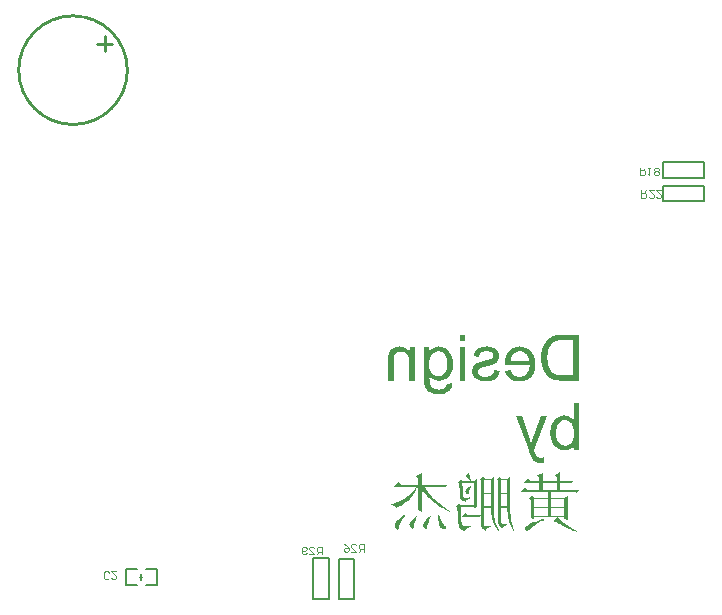
<source format=gbo>
G04*
G04 #@! TF.GenerationSoftware,Altium Limited,Altium Designer,23.3.1 (30)*
G04*
G04 Layer_Color=32896*
%FSLAX44Y44*%
%MOMM*%
G71*
G04*
G04 #@! TF.SameCoordinates,E1D300C1-D630-478A-AE1F-60CBEBB5A271*
G04*
G04*
G04 #@! TF.FilePolarity,Positive*
G04*
G01*
G75*
%ADD11C,0.2540*%
%ADD16C,0.2032*%
%ADD19C,0.1524*%
%ADD21C,0.1016*%
G36*
X542102Y271414D02*
X537305D01*
Y276888D01*
X542102D01*
Y271414D01*
D02*
G37*
G36*
X520938Y266730D02*
X522179Y266504D01*
X523308Y266165D01*
X524267Y265826D01*
X525058Y265488D01*
X525622Y265149D01*
X525848Y265036D01*
X526017Y264923D01*
X526073Y264867D01*
X526130D01*
X527089Y264133D01*
X527936Y263230D01*
X528670Y262384D01*
X529291Y261537D01*
X529742Y260747D01*
X530081Y260126D01*
X530193Y259900D01*
X530306Y259731D01*
X530363Y259618D01*
Y259562D01*
X530871Y258264D01*
X531209Y256966D01*
X531492Y255724D01*
X531661Y254595D01*
X531774Y253579D01*
Y253184D01*
X531830Y252789D01*
Y252507D01*
Y252281D01*
Y252168D01*
Y252112D01*
X531774Y251040D01*
X531717Y249967D01*
X531322Y248048D01*
X531096Y247145D01*
X530814Y246355D01*
X530532Y245565D01*
X530250Y244888D01*
X529968Y244210D01*
X529686Y243646D01*
X529403Y243195D01*
X529178Y242743D01*
X528952Y242461D01*
X528783Y242179D01*
X528726Y242066D01*
X528670Y242009D01*
X528049Y241276D01*
X527372Y240655D01*
X526638Y240090D01*
X525904Y239582D01*
X525114Y239187D01*
X524380Y238849D01*
X523647Y238566D01*
X522913Y238341D01*
X522236Y238171D01*
X521615Y238059D01*
X521050Y237946D01*
X520542Y237889D01*
X520147D01*
X519865Y237833D01*
X519583D01*
X518736Y237889D01*
X517890Y238002D01*
X517100Y238171D01*
X516366Y238397D01*
X515068Y239018D01*
X513883Y239695D01*
X513431Y240034D01*
X512980Y240373D01*
X512585Y240711D01*
X512302Y240993D01*
X512077Y241219D01*
X511907Y241388D01*
X511795Y241501D01*
X511738Y241558D01*
Y240711D01*
Y239977D01*
X511795Y239244D01*
Y238623D01*
Y238059D01*
X511851Y237551D01*
Y237099D01*
X511907Y236704D01*
X511964Y236140D01*
X512020Y235688D01*
X512077Y235462D01*
Y235406D01*
X512359Y234559D01*
X512754Y233826D01*
X513149Y233205D01*
X513544Y232640D01*
X513939Y232245D01*
X514278Y231907D01*
X514504Y231737D01*
X514560Y231681D01*
X515294Y231229D01*
X516140Y230891D01*
X516987Y230665D01*
X517777Y230496D01*
X518567Y230383D01*
X519132Y230326D01*
X519696D01*
X520768Y230383D01*
X521784Y230552D01*
X522631Y230778D01*
X523308Y231060D01*
X523872Y231286D01*
X524267Y231512D01*
X524493Y231681D01*
X524606Y231737D01*
X525058Y232132D01*
X525396Y232640D01*
X525678Y233148D01*
X525904Y233656D01*
X526017Y234164D01*
X526130Y234559D01*
X526186Y234785D01*
Y234898D01*
X530871Y235519D01*
Y234672D01*
X530758Y233939D01*
X530645Y233205D01*
X530476Y232528D01*
X529968Y231342D01*
X529403Y230383D01*
X528839Y229649D01*
X528387Y229141D01*
X527992Y228803D01*
X527936Y228746D01*
X527879Y228690D01*
X526638Y227900D01*
X525283Y227335D01*
X523929Y226940D01*
X522631Y226658D01*
X522010Y226545D01*
X521446Y226489D01*
X520994Y226432D01*
X520542D01*
X520204Y226376D01*
X519696D01*
X518172Y226432D01*
X516761Y226658D01*
X515519Y226884D01*
X514504Y227222D01*
X513657Y227505D01*
X513318Y227617D01*
X513036Y227787D01*
X512810Y227843D01*
X512641Y227956D01*
X512585Y228012D01*
X512528D01*
X511512Y228633D01*
X510609Y229367D01*
X509875Y230101D01*
X509255Y230778D01*
X508803Y231399D01*
X508521Y231907D01*
X508295Y232245D01*
X508239Y232302D01*
Y232358D01*
X508013Y232923D01*
X507787Y233543D01*
X507618Y234221D01*
X507449Y234954D01*
X507223Y236535D01*
X507054Y238059D01*
X506997Y238792D01*
X506941Y239470D01*
Y240090D01*
X506884Y240598D01*
Y241050D01*
Y241388D01*
Y241614D01*
Y241671D01*
Y266165D01*
X511287D01*
Y262666D01*
X511907Y263400D01*
X512585Y264020D01*
X513262Y264585D01*
X513939Y265036D01*
X514673Y265431D01*
X515350Y265770D01*
X516027Y266052D01*
X516648Y266278D01*
X517269Y266447D01*
X517833Y266560D01*
X518341Y266673D01*
X518736Y266730D01*
X519075Y266786D01*
X519583D01*
X520938Y266730D01*
D02*
G37*
G36*
X589285D02*
X590301Y266617D01*
X591260Y266447D01*
X592163Y266165D01*
X593010Y265883D01*
X593800Y265544D01*
X594534Y265206D01*
X595155Y264811D01*
X595775Y264472D01*
X596283Y264077D01*
X596735Y263738D01*
X597074Y263456D01*
X597356Y263174D01*
X597581Y263004D01*
X597694Y262892D01*
X597751Y262835D01*
X598372Y262045D01*
X598936Y261199D01*
X599444Y260352D01*
X599895Y259449D01*
X600234Y258489D01*
X600516Y257586D01*
X600968Y255780D01*
X601137Y254990D01*
X601250Y254200D01*
X601306Y253523D01*
X601363Y252902D01*
X601419Y252394D01*
Y252055D01*
Y251773D01*
Y251717D01*
X601363Y250475D01*
X601250Y249290D01*
X601081Y248161D01*
X600855Y247145D01*
X600573Y246186D01*
X600290Y245283D01*
X599952Y244493D01*
X599613Y243759D01*
X599275Y243138D01*
X598936Y242574D01*
X598654Y242122D01*
X598372Y241727D01*
X598146Y241388D01*
X597976Y241163D01*
X597864Y241050D01*
X597807Y240993D01*
X597074Y240316D01*
X596340Y239752D01*
X595550Y239244D01*
X594703Y238792D01*
X593913Y238454D01*
X593066Y238115D01*
X591486Y237663D01*
X590752Y237551D01*
X590075Y237438D01*
X589454Y237325D01*
X588946Y237268D01*
X588551Y237212D01*
X587930D01*
X586181Y237325D01*
X584600Y237607D01*
X583190Y237946D01*
X582625Y238171D01*
X582061Y238397D01*
X581553Y238623D01*
X581101Y238849D01*
X580763Y239018D01*
X580424Y239187D01*
X580198Y239357D01*
X580029Y239470D01*
X579916Y239582D01*
X579860D01*
X578731Y240598D01*
X577828Y241671D01*
X577038Y242799D01*
X576473Y243872D01*
X576022Y244831D01*
X575853Y245283D01*
X575683Y245621D01*
X575570Y245960D01*
X575514Y246186D01*
X575457Y246299D01*
Y246355D01*
X580424Y246976D01*
X580876Y245903D01*
X581384Y245000D01*
X581891Y244210D01*
X582343Y243590D01*
X582738Y243138D01*
X583077Y242799D01*
X583359Y242574D01*
X583415Y242517D01*
X584149Y242066D01*
X584883Y241727D01*
X585673Y241501D01*
X586350Y241332D01*
X586971Y241219D01*
X587479Y241163D01*
X587930D01*
X588608Y241219D01*
X589229Y241276D01*
X590357Y241558D01*
X591373Y241953D01*
X592276Y242404D01*
X592953Y242799D01*
X593461Y243195D01*
X593800Y243477D01*
X593857Y243590D01*
X593913D01*
X594703Y244606D01*
X595324Y245734D01*
X595775Y246976D01*
X596114Y248105D01*
X596283Y249121D01*
X596396Y249572D01*
X596453Y249967D01*
Y250306D01*
X596509Y250532D01*
Y250701D01*
Y250757D01*
X575345D01*
X575288Y251322D01*
Y251717D01*
Y251943D01*
Y251999D01*
X575345Y253297D01*
X575457Y254482D01*
X575627Y255611D01*
X575853Y256683D01*
X576135Y257643D01*
X576417Y258546D01*
X576755Y259336D01*
X577094Y260070D01*
X577433Y260747D01*
X577771Y261311D01*
X578054Y261763D01*
X578336Y262158D01*
X578562Y262497D01*
X578731Y262722D01*
X578844Y262835D01*
X578900Y262892D01*
X579577Y263569D01*
X580311Y264190D01*
X581101Y264698D01*
X581891Y265149D01*
X582682Y265544D01*
X583415Y265826D01*
X584205Y266109D01*
X584883Y266278D01*
X585616Y266447D01*
X586237Y266560D01*
X586802Y266673D01*
X587253Y266730D01*
X587648Y266786D01*
X588213D01*
X589285Y266730D01*
D02*
G37*
G36*
X638556Y237833D02*
X624503D01*
X623205Y237889D01*
X622019Y237946D01*
X620947Y238059D01*
X620044Y238171D01*
X619254Y238284D01*
X618689Y238341D01*
X618520Y238397D01*
X618351Y238454D01*
X618238D01*
X617222Y238736D01*
X616319Y239074D01*
X615529Y239357D01*
X614852Y239695D01*
X614287Y239977D01*
X613892Y240203D01*
X613666Y240373D01*
X613554Y240429D01*
X612820Y240937D01*
X612199Y241558D01*
X611578Y242122D01*
X611070Y242687D01*
X610619Y243195D01*
X610280Y243590D01*
X610054Y243872D01*
X609998Y243985D01*
X609434Y244888D01*
X608869Y245847D01*
X608418Y246750D01*
X608079Y247653D01*
X607740Y248443D01*
X607515Y249064D01*
X607458Y249290D01*
X607402Y249459D01*
X607345Y249572D01*
Y249629D01*
X607007Y250983D01*
X606725Y252338D01*
X606555Y253636D01*
X606386Y254877D01*
X606329Y255950D01*
Y256401D01*
X606273Y256796D01*
Y257078D01*
Y257361D01*
Y257474D01*
Y257530D01*
X606329Y259449D01*
X606499Y261199D01*
X606781Y262779D01*
X606894Y263512D01*
X607063Y264133D01*
X607233Y264754D01*
X607345Y265262D01*
X607458Y265714D01*
X607627Y266109D01*
X607684Y266447D01*
X607797Y266673D01*
X607853Y266786D01*
Y266842D01*
X608474Y268310D01*
X609208Y269608D01*
X609998Y270737D01*
X610732Y271696D01*
X611409Y272486D01*
X611973Y273051D01*
X612199Y273220D01*
X612368Y273389D01*
X612425Y273446D01*
X612481Y273502D01*
X613384Y274236D01*
X614344Y274800D01*
X615303Y275308D01*
X616206Y275703D01*
X616996Y275985D01*
X617617Y276155D01*
X617843Y276268D01*
X618012D01*
X618125Y276324D01*
X618182D01*
X619141Y276493D01*
X620270Y276663D01*
X621399Y276776D01*
X622527Y276832D01*
X623543Y276888D01*
X638556D01*
Y237833D01*
D02*
G37*
G36*
X542102D02*
X537305D01*
Y266165D01*
X542102D01*
Y237833D01*
D02*
G37*
G36*
X487413Y266730D02*
X488429Y266560D01*
X489332Y266334D01*
X490235Y266052D01*
X491025Y265714D01*
X491759Y265319D01*
X492436Y264867D01*
X493000Y264472D01*
X493565Y264020D01*
X494016Y263569D01*
X494411Y263174D01*
X494750Y262835D01*
X494976Y262553D01*
X495145Y262327D01*
X495258Y262158D01*
X495314Y262101D01*
Y266165D01*
X499604D01*
Y237833D01*
X494806D01*
Y253241D01*
Y254200D01*
X494693Y255159D01*
X494581Y255950D01*
X494468Y256683D01*
X494298Y257361D01*
X494129Y257981D01*
X493903Y258546D01*
X493678Y258997D01*
X493508Y259392D01*
X493283Y259731D01*
X493113Y260013D01*
X492944Y260239D01*
X492718Y260521D01*
X492605Y260634D01*
X491759Y261311D01*
X490856Y261763D01*
X489953Y262101D01*
X489162Y262384D01*
X488429Y262497D01*
X487864Y262553D01*
X487639Y262609D01*
X487356D01*
X486679Y262553D01*
X486002Y262497D01*
X485438Y262327D01*
X484986Y262158D01*
X484591Y261989D01*
X484252Y261876D01*
X484083Y261763D01*
X484027Y261706D01*
X483519Y261368D01*
X483067Y260973D01*
X482729Y260578D01*
X482446Y260239D01*
X482277Y259900D01*
X482108Y259618D01*
X481995Y259449D01*
Y259392D01*
X481825Y258772D01*
X481656Y258094D01*
X481543Y257361D01*
X481487Y256627D01*
X481430Y256006D01*
Y255498D01*
Y255103D01*
Y255047D01*
Y254990D01*
Y237833D01*
X476633D01*
Y255216D01*
Y256401D01*
X476689Y257361D01*
X476746Y258151D01*
Y258828D01*
X476802Y259279D01*
X476859Y259618D01*
X476915Y259844D01*
Y259900D01*
X477085Y260634D01*
X477367Y261311D01*
X477593Y261876D01*
X477818Y262440D01*
X478101Y262835D01*
X478270Y263117D01*
X478383Y263343D01*
X478439Y263400D01*
X478891Y263964D01*
X479399Y264415D01*
X479907Y264867D01*
X480471Y265206D01*
X480922Y265488D01*
X481317Y265657D01*
X481543Y265770D01*
X481656Y265826D01*
X482446Y266165D01*
X483293Y266391D01*
X484083Y266560D01*
X484817Y266673D01*
X485438Y266730D01*
X485889Y266786D01*
X486341D01*
X487413Y266730D01*
D02*
G37*
G36*
X561743Y266673D02*
X562420Y266617D01*
X563041Y266504D01*
X563549Y266391D01*
X563944Y266278D01*
X564170Y266222D01*
X564282Y266165D01*
X564960Y265939D01*
X565581Y265714D01*
X566089Y265488D01*
X566540Y265262D01*
X566879Y265093D01*
X567104Y264923D01*
X567274Y264867D01*
X567330Y264811D01*
X567895Y264415D01*
X568346Y263964D01*
X568741Y263456D01*
X569080Y263061D01*
X569362Y262666D01*
X569531Y262384D01*
X569644Y262158D01*
X569701Y262101D01*
X569983Y261481D01*
X570209Y260916D01*
X570322Y260295D01*
X570434Y259788D01*
X570491Y259279D01*
X570547Y258941D01*
Y258715D01*
Y258602D01*
X570491Y257812D01*
X570378Y257135D01*
X570209Y256458D01*
X570039Y255893D01*
X569870Y255442D01*
X569701Y255047D01*
X569588Y254821D01*
X569531Y254764D01*
X569080Y254144D01*
X568572Y253636D01*
X568064Y253184D01*
X567556Y252789D01*
X567104Y252507D01*
X566766Y252281D01*
X566540Y252168D01*
X566427Y252112D01*
X566032Y251943D01*
X565524Y251717D01*
X564395Y251322D01*
X563210Y250983D01*
X561968Y250588D01*
X560896Y250306D01*
X560388Y250137D01*
X559937Y250024D01*
X559598Y249911D01*
X559316Y249854D01*
X559147Y249798D01*
X559090D01*
X558357Y249629D01*
X557736Y249459D01*
X557171Y249290D01*
X556663Y249121D01*
X556212Y249008D01*
X555817Y248838D01*
X555140Y248613D01*
X554688Y248443D01*
X554406Y248274D01*
X554236Y248218D01*
X554180Y248161D01*
X553672Y247822D01*
X553333Y247371D01*
X553051Y246976D01*
X552882Y246581D01*
X552769Y246186D01*
X552713Y245903D01*
Y245678D01*
Y245621D01*
X552769Y244944D01*
X552938Y244380D01*
X553220Y243815D01*
X553503Y243364D01*
X553841Y242969D01*
X554067Y242687D01*
X554293Y242517D01*
X554349Y242461D01*
X555027Y242009D01*
X555760Y241727D01*
X556607Y241501D01*
X557397Y241332D01*
X558131Y241219D01*
X558695Y241163D01*
X559259D01*
X560445Y241219D01*
X561461Y241388D01*
X562307Y241614D01*
X563041Y241896D01*
X563605Y242179D01*
X564057Y242404D01*
X564282Y242574D01*
X564395Y242630D01*
X565016Y243251D01*
X565524Y243985D01*
X565863Y244718D01*
X566145Y245396D01*
X566371Y246016D01*
X566484Y246581D01*
X566596Y246919D01*
Y246976D01*
Y247032D01*
X571337Y246299D01*
X570942Y244718D01*
X570434Y243307D01*
X569813Y242179D01*
X569193Y241219D01*
X568628Y240429D01*
X568120Y239921D01*
X567782Y239582D01*
X567725Y239526D01*
X567669Y239470D01*
X567104Y239074D01*
X566484Y238736D01*
X565129Y238171D01*
X563718Y237776D01*
X562364Y237494D01*
X561743Y237381D01*
X561178Y237325D01*
X560614Y237268D01*
X560163D01*
X559767Y237212D01*
X559259D01*
X558018Y237268D01*
X556945Y237381D01*
X555930Y237551D01*
X555027Y237776D01*
X554293Y238002D01*
X553728Y238171D01*
X553390Y238284D01*
X553333Y238341D01*
X553277D01*
X552318Y238849D01*
X551527Y239357D01*
X550850Y239921D01*
X550229Y240429D01*
X549778Y240881D01*
X549496Y241276D01*
X549270Y241501D01*
X549213Y241614D01*
X548762Y242404D01*
X548423Y243251D01*
X548141Y243985D01*
X547972Y244662D01*
X547859Y245283D01*
X547802Y245734D01*
Y246016D01*
Y246129D01*
X547859Y247032D01*
X547972Y247822D01*
X548198Y248500D01*
X548367Y249121D01*
X548593Y249629D01*
X548818Y249967D01*
X548931Y250193D01*
X548988Y250249D01*
X549439Y250814D01*
X549947Y251322D01*
X550455Y251773D01*
X550963Y252112D01*
X551471Y252394D01*
X551810Y252563D01*
X552035Y252676D01*
X552148Y252733D01*
X552543Y252902D01*
X552995Y253071D01*
X554067Y253466D01*
X555252Y253861D01*
X556437Y254200D01*
X557510Y254539D01*
X558018Y254652D01*
X558413Y254764D01*
X558751Y254877D01*
X559034Y254934D01*
X559203Y254990D01*
X559259D01*
X559880Y255159D01*
X560445Y255329D01*
X560953Y255442D01*
X561404Y255611D01*
X562138Y255780D01*
X562702Y255950D01*
X563097Y256119D01*
X563323Y256175D01*
X563436Y256232D01*
X563492D01*
X563944Y256458D01*
X564339Y256627D01*
X564678Y256853D01*
X564903Y257022D01*
X565129Y257191D01*
X565242Y257361D01*
X565298Y257417D01*
X565355Y257474D01*
X565694Y258038D01*
X565863Y258602D01*
Y258828D01*
X565919Y258997D01*
Y259110D01*
Y259167D01*
X565863Y259675D01*
X565694Y260183D01*
X565468Y260634D01*
X565186Y260973D01*
X564960Y261311D01*
X564734Y261537D01*
X564565Y261650D01*
X564508Y261706D01*
X563887Y262101D01*
X563154Y262384D01*
X562364Y262553D01*
X561630Y262722D01*
X560896Y262779D01*
X560332Y262835D01*
X559767D01*
X558808Y262779D01*
X557905Y262666D01*
X557171Y262440D01*
X556607Y262214D01*
X556099Y261989D01*
X555760Y261763D01*
X555535Y261650D01*
X555478Y261593D01*
X554914Y261086D01*
X554519Y260521D01*
X554180Y259957D01*
X553898Y259449D01*
X553728Y258941D01*
X553616Y258546D01*
X553559Y258320D01*
Y258207D01*
X548875Y258828D01*
X549100Y259788D01*
X549326Y260634D01*
X549608Y261368D01*
X549891Y262045D01*
X550173Y262497D01*
X550399Y262892D01*
X550512Y263117D01*
X550568Y263174D01*
X551076Y263738D01*
X551640Y264246D01*
X552261Y264698D01*
X552882Y265093D01*
X553446Y265375D01*
X553898Y265601D01*
X554180Y265714D01*
X554236Y265770D01*
X554293D01*
X555252Y266109D01*
X556268Y266334D01*
X557228Y266560D01*
X558131Y266673D01*
X558977Y266730D01*
X559598Y266786D01*
X560953D01*
X561743Y266673D01*
D02*
G37*
G36*
X638556Y179509D02*
X634097D01*
Y183065D01*
X633533Y182331D01*
X632969Y181710D01*
X632348Y181146D01*
X631670Y180638D01*
X631050Y180243D01*
X630372Y179904D01*
X629752Y179622D01*
X629131Y179396D01*
X628002Y179114D01*
X627494Y179001D01*
X627099Y178944D01*
X626760D01*
X626478Y178888D01*
X626252D01*
X625349Y178944D01*
X624446Y179057D01*
X623600Y179227D01*
X622810Y179509D01*
X621286Y180130D01*
X620665Y180525D01*
X620044Y180863D01*
X619480Y181259D01*
X619028Y181597D01*
X618633Y181936D01*
X618238Y182218D01*
X617956Y182500D01*
X617786Y182670D01*
X617674Y182782D01*
X617617Y182839D01*
X616996Y183629D01*
X616432Y184476D01*
X615924Y185322D01*
X615529Y186282D01*
X615190Y187185D01*
X614908Y188144D01*
X614457Y189950D01*
X614287Y190797D01*
X614174Y191587D01*
X614118Y192264D01*
X614062Y192885D01*
X614005Y193393D01*
Y193731D01*
Y194014D01*
Y194070D01*
X614062Y195199D01*
X614118Y196271D01*
X614287Y197231D01*
X614457Y198077D01*
X614626Y198811D01*
X614739Y199375D01*
X614795Y199545D01*
X614852Y199714D01*
X614908Y199771D01*
Y199827D01*
X615247Y200786D01*
X615642Y201689D01*
X616037Y202479D01*
X616432Y203157D01*
X616771Y203665D01*
X617053Y204060D01*
X617222Y204342D01*
X617279Y204398D01*
X617843Y205076D01*
X618520Y205697D01*
X619141Y206204D01*
X619762Y206600D01*
X620270Y206938D01*
X620721Y207220D01*
X621003Y207333D01*
X621116Y207390D01*
X621963Y207728D01*
X622866Y208011D01*
X623713Y208180D01*
X624446Y208349D01*
X625067Y208406D01*
X625575Y208462D01*
X626027D01*
X626873Y208406D01*
X627720Y208293D01*
X628510Y208123D01*
X629244Y207841D01*
X630542Y207277D01*
X631670Y206543D01*
X632122Y206204D01*
X632574Y205866D01*
X632912Y205527D01*
X633194Y205245D01*
X633476Y204963D01*
X633646Y204793D01*
X633702Y204681D01*
X633759Y204624D01*
Y218565D01*
X638556D01*
Y179509D01*
D02*
G37*
G36*
X600121D02*
X600347Y179001D01*
X600460Y178606D01*
X600573Y178380D01*
Y178324D01*
X600911Y177364D01*
X601250Y176574D01*
X601476Y175897D01*
X601702Y175445D01*
X601814Y175107D01*
X601927Y174881D01*
X602040Y174768D01*
Y174712D01*
X602492Y174091D01*
X603000Y173639D01*
X603225Y173470D01*
X603395Y173357D01*
X603507Y173244D01*
X603564D01*
X603959Y173075D01*
X604354Y172906D01*
X605201Y172736D01*
X605539D01*
X605821Y172680D01*
X606104D01*
X607007Y172736D01*
X607910Y172906D01*
X608248Y173018D01*
X608531Y173075D01*
X608756Y173131D01*
X608813D01*
X608305Y168673D01*
X607684Y168447D01*
X607120Y168334D01*
X606612Y168221D01*
X606160Y168108D01*
X605765D01*
X605483Y168052D01*
X605257D01*
X604411Y168108D01*
X603677Y168221D01*
X603000Y168391D01*
X602435Y168616D01*
X601927Y168842D01*
X601589Y169011D01*
X601363Y169124D01*
X601306Y169181D01*
X600686Y169632D01*
X600178Y170196D01*
X599670Y170761D01*
X599218Y171325D01*
X598880Y171833D01*
X598597Y172228D01*
X598428Y172511D01*
X598372Y172623D01*
X598202Y173018D01*
X597976Y173414D01*
X597525Y174373D01*
X597074Y175445D01*
X596678Y176518D01*
X596283Y177477D01*
X596114Y177929D01*
X595945Y178324D01*
X595832Y178606D01*
X595719Y178832D01*
X595662Y179001D01*
Y179057D01*
X584883Y207841D01*
X589680D01*
X595775Y191305D01*
X596227Y190119D01*
X596566Y188991D01*
X596961Y187862D01*
X597243Y186902D01*
X597469Y186056D01*
X597581Y185717D01*
X597638Y185435D01*
X597694Y185209D01*
X597751Y185040D01*
X597807Y184927D01*
Y184871D01*
X598146Y186169D01*
X598484Y187354D01*
X598823Y188483D01*
X599162Y189442D01*
X599444Y190232D01*
X599557Y190571D01*
X599670Y190853D01*
X599726Y191135D01*
X599782Y191305D01*
X599839Y191361D01*
Y191418D01*
X605765Y207841D01*
X610844D01*
X600121Y179509D01*
D02*
G37*
G36*
X580255Y152960D02*
Y151210D01*
X580198Y149517D01*
Y147824D01*
Y146300D01*
Y144833D01*
X580142Y143422D01*
Y142180D01*
Y141052D01*
Y140036D01*
Y139189D01*
Y138512D01*
Y138004D01*
Y137722D01*
Y137609D01*
Y135069D01*
X580198Y132699D01*
Y131570D01*
Y130498D01*
X580255Y129482D01*
Y128522D01*
Y127676D01*
X580311Y126885D01*
Y126208D01*
Y125644D01*
X580368Y125192D01*
Y124854D01*
Y124628D01*
Y124571D01*
X580424Y123386D01*
X580593Y122201D01*
X580988Y119774D01*
X581553Y117460D01*
X581891Y116331D01*
X582230Y115259D01*
X582512Y114299D01*
X582851Y113397D01*
X583133Y112606D01*
X583415Y111873D01*
X583585Y111365D01*
X583754Y110913D01*
X583867Y110688D01*
X583923Y110575D01*
X583528Y110123D01*
X582456Y111703D01*
X581553Y113284D01*
X580763Y114977D01*
X580085Y116670D01*
X579465Y118363D01*
X579013Y120000D01*
X578618Y121637D01*
X578279Y123160D01*
X578054Y124628D01*
X577884Y125926D01*
X577715Y127111D01*
X577659Y128183D01*
X577602Y129030D01*
X577546Y129369D01*
Y129651D01*
Y129877D01*
Y130046D01*
Y130102D01*
Y130159D01*
X572635D01*
Y117742D01*
X572692Y117291D01*
X572918Y116896D01*
X573200Y116670D01*
X573482Y116501D01*
X573821Y116444D01*
X574103Y116388D01*
X574385D01*
X575570Y116501D01*
X576135Y116557D01*
X576586Y116614D01*
X576981Y116670D01*
X577263D01*
X577489Y116726D01*
X577546D01*
Y115823D01*
X576868Y115598D01*
X576304Y115372D01*
X575740Y115090D01*
X575345Y114864D01*
X574949Y114582D01*
X574667Y114299D01*
X574159Y113848D01*
X573934Y113397D01*
X573764Y113058D01*
X573708Y112832D01*
Y112719D01*
X573031Y113001D01*
X572466Y113340D01*
X571958Y113679D01*
X571507Y114074D01*
X571168Y114469D01*
X570886Y114808D01*
X570660Y115203D01*
X570434Y115598D01*
X570209Y116275D01*
X570096Y116839D01*
Y117065D01*
Y117234D01*
Y117291D01*
Y117347D01*
Y153186D01*
X568628Y154258D01*
X571394Y156572D01*
X572861Y154879D01*
X577546D01*
X580311Y156572D01*
X580255Y152960D01*
D02*
G37*
G36*
X622302Y159846D02*
Y159338D01*
Y158830D01*
X622245Y158209D01*
Y157024D01*
X622189Y155726D01*
Y154597D01*
Y154089D01*
Y153637D01*
Y153242D01*
Y152960D01*
Y152791D01*
Y152734D01*
X633702D01*
X631783Y150815D01*
X630880Y151041D01*
X629977Y151210D01*
X629131Y151323D01*
X628341Y151436D01*
X627663D01*
X627099Y151493D01*
X622189D01*
Y144833D01*
X638556D01*
X636637Y142914D01*
X635734Y143140D01*
X634888Y143309D01*
X633984Y143422D01*
X633251Y143535D01*
X632574D01*
X632009Y143591D01*
X614682D01*
Y138681D01*
X625801D01*
X628792Y140374D01*
X628736Y136762D01*
X628679Y133150D01*
Y131344D01*
Y129651D01*
Y128014D01*
Y126490D01*
X628736Y125023D01*
Y123725D01*
Y122596D01*
Y121580D01*
X628792Y120790D01*
Y120226D01*
Y120000D01*
Y119831D01*
Y119774D01*
Y119718D01*
X625801Y121016D01*
Y122314D01*
X600403D01*
Y120395D01*
X597412Y121637D01*
X597469Y122314D01*
Y123217D01*
X597525Y124233D01*
Y125361D01*
X597581Y126547D01*
Y127845D01*
Y130385D01*
X597638Y131626D01*
Y132811D01*
Y133884D01*
Y134843D01*
Y135633D01*
Y136254D01*
Y136480D01*
Y136649D01*
Y136706D01*
Y136762D01*
X595719Y137835D01*
X598710Y140600D01*
X600855Y138681D01*
X611917D01*
Y143591D01*
X588043D01*
X592333Y147824D01*
X595324Y144833D01*
X604693D01*
Y151493D01*
X591655D01*
X595493Y155274D01*
X598089Y152734D01*
X604693D01*
Y156177D01*
X602774Y157645D01*
X607684Y160015D01*
X607627Y158886D01*
X607571Y157701D01*
X607515Y156516D01*
X607458Y155331D01*
Y154315D01*
Y153863D01*
Y153468D01*
Y153186D01*
Y152960D01*
Y152791D01*
Y152734D01*
X619423D01*
Y156346D01*
X617674Y157870D01*
X622358Y160241D01*
X622302Y159846D01*
D02*
G37*
G36*
X545883Y157193D02*
X546166Y156008D01*
X546448Y154992D01*
X546674Y154089D01*
X546786Y153694D01*
X546899Y153355D01*
X546956Y153073D01*
X547012Y152904D01*
X547069Y152791D01*
Y152734D01*
X549213D01*
X551979Y154427D01*
Y154145D01*
X551922Y153750D01*
Y153299D01*
Y152791D01*
X551866Y152170D01*
Y151493D01*
Y150759D01*
Y150025D01*
X551810Y148332D01*
Y146526D01*
Y144607D01*
X551753Y142745D01*
Y140826D01*
Y139076D01*
Y137383D01*
Y136649D01*
Y135916D01*
Y135295D01*
Y134674D01*
Y134166D01*
Y133771D01*
Y133376D01*
Y133150D01*
Y132981D01*
Y132924D01*
X553051Y131852D01*
X550455Y129707D01*
X548988Y131231D01*
X538095D01*
Y129933D01*
Y128691D01*
X538151Y127506D01*
X538208Y126377D01*
X538264Y125361D01*
X538321Y124402D01*
X538377Y123499D01*
X538434Y122653D01*
X538490Y121919D01*
X538546Y121298D01*
X538603Y120734D01*
X538659Y120226D01*
X538716Y119887D01*
Y119605D01*
X538772Y119436D01*
Y119379D01*
X538885Y118532D01*
X539054Y117799D01*
X539167Y117178D01*
X539337Y116614D01*
X539506Y116106D01*
X539675Y115710D01*
X539845Y115372D01*
X540014Y115146D01*
X540296Y114751D01*
X540578Y114525D01*
X540748Y114412D01*
X541425D01*
X542328Y114469D01*
X543287Y114582D01*
X544303Y114751D01*
X545263Y114920D01*
X545714Y115033D01*
X546109Y115090D01*
X546391Y115146D01*
X546617Y115203D01*
X546786Y115259D01*
X546843D01*
X547069Y114412D01*
X546109Y114074D01*
X545319Y113735D01*
X544642Y113397D01*
X544021Y113058D01*
X543513Y112719D01*
X543118Y112381D01*
X542779Y112042D01*
X542497Y111760D01*
X542328Y111478D01*
X542159Y111195D01*
X541989Y110744D01*
X541933Y110462D01*
Y110349D01*
X541086Y110631D01*
X540409Y110913D01*
X539788Y111252D01*
X539280Y111534D01*
X538829Y111816D01*
X538546Y112042D01*
X538377Y112155D01*
X538321Y112211D01*
X537869Y112719D01*
X537474Y113284D01*
X537136Y113961D01*
X536853Y114638D01*
X536684Y115203D01*
X536515Y115710D01*
X536402Y116049D01*
Y116106D01*
Y116162D01*
X536289Y116783D01*
X536176Y117629D01*
X536063Y118589D01*
X535950Y119661D01*
X535894Y120846D01*
X535781Y122032D01*
X535612Y124571D01*
X535555Y125757D01*
X535499Y126942D01*
X535442Y127958D01*
X535386Y128917D01*
Y129651D01*
X535329Y130272D01*
Y130498D01*
Y130667D01*
Y130723D01*
Y130780D01*
X533862Y131626D01*
X536628Y134392D01*
X538546Y132473D01*
X549213D01*
Y151493D01*
X539619D01*
X539675Y149687D01*
X539788Y148050D01*
X539845Y146639D01*
X539901Y145341D01*
X540014Y144269D01*
X540070Y143309D01*
X540127Y142519D01*
X540183Y141842D01*
X540240Y141334D01*
X540296Y140882D01*
X540353Y140544D01*
X540409Y140261D01*
Y140092D01*
X540465Y139979D01*
Y139923D01*
X540635Y139528D01*
X540860Y139189D01*
X541086Y138963D01*
X541312Y138794D01*
X541481Y138681D01*
X541651Y138625D01*
X541763Y138568D01*
X542271D01*
X542892Y138625D01*
X543626Y138681D01*
X544360Y138794D01*
X545093Y138907D01*
X545658Y138963D01*
X545883Y139020D01*
X546053Y139076D01*
X546222D01*
X546448Y138455D01*
X545714Y138173D01*
X545037Y137891D01*
X544473Y137609D01*
X544021Y137327D01*
X543626Y137044D01*
X543287Y136819D01*
X543005Y136536D01*
X542779Y136311D01*
X542554Y135859D01*
X542441Y135520D01*
X542384Y135295D01*
Y135238D01*
X541425Y135520D01*
X540635Y135803D01*
X539957Y136141D01*
X539450Y136480D01*
X539054Y136706D01*
X538772Y136931D01*
X538603Y137101D01*
X538546Y137157D01*
X538208Y137722D01*
X537869Y138455D01*
X537643Y139302D01*
X537474Y140092D01*
X537361Y140882D01*
X537305Y141503D01*
X537248Y141729D01*
Y141898D01*
Y142011D01*
Y142067D01*
Y143535D01*
X537192Y145002D01*
Y146526D01*
X537136Y147937D01*
Y148558D01*
X537079Y149179D01*
Y149687D01*
Y150138D01*
X537023Y150533D01*
Y150815D01*
Y150985D01*
Y151041D01*
X535555Y152339D01*
X538546Y154653D01*
X540014Y152734D01*
X546222D01*
X545714Y153468D01*
X545206Y154145D01*
X544755Y154766D01*
X544303Y155274D01*
X543908Y155726D01*
X543513Y156121D01*
X543174Y156459D01*
X542836Y156742D01*
X542271Y157080D01*
X541876Y157362D01*
X541651Y157475D01*
X541538D01*
X545376Y159620D01*
X545883Y157193D01*
D02*
G37*
G36*
X505586Y157645D02*
X505530Y155895D01*
X505473Y154258D01*
X505417Y152678D01*
Y152001D01*
Y151323D01*
Y150759D01*
Y150308D01*
Y149912D01*
Y149574D01*
Y149404D01*
Y149348D01*
X526977D01*
X525058Y147429D01*
X524155Y147655D01*
X523251Y147824D01*
X522405Y147937D01*
X521615Y148050D01*
X520938D01*
X520373Y148106D01*
X507787D01*
X509198Y145792D01*
X510779Y143535D01*
X512472Y141447D01*
X514165Y139528D01*
X515971Y137665D01*
X517777Y135972D01*
X519527Y134448D01*
X521220Y133037D01*
X522856Y131796D01*
X524380Y130723D01*
X525735Y129820D01*
X526920Y129030D01*
X527484Y128691D01*
X527936Y128409D01*
X528331Y128183D01*
X528670Y127958D01*
X528952Y127845D01*
X529121Y127732D01*
X529234Y127619D01*
X529291D01*
X528895Y126998D01*
X526073Y128240D01*
X523477Y129651D01*
X521050Y131118D01*
X518736Y132642D01*
X516648Y134222D01*
X514729Y135803D01*
X512980Y137383D01*
X511399Y138850D01*
X509988Y140318D01*
X508803Y141672D01*
X507787Y142858D01*
X506941Y143874D01*
X506264Y144776D01*
X505981Y145115D01*
X505812Y145397D01*
X505643Y145623D01*
X505530Y145792D01*
X505417Y145905D01*
Y143930D01*
Y142011D01*
Y140148D01*
X505473Y138399D01*
Y136762D01*
Y135182D01*
X505530Y133715D01*
Y132416D01*
Y131175D01*
X505586Y130102D01*
Y129199D01*
Y128409D01*
X505643Y127845D01*
Y127393D01*
Y127111D01*
Y126998D01*
X502030Y128691D01*
Y129087D01*
X502087Y129482D01*
Y129990D01*
Y130554D01*
X502143Y131852D01*
Y133263D01*
X502200Y134787D01*
Y136424D01*
Y139753D01*
X502256Y141390D01*
Y142914D01*
Y144325D01*
Y145567D01*
Y146131D01*
Y146639D01*
Y147034D01*
Y147429D01*
Y147711D01*
Y147937D01*
Y148050D01*
Y148106D01*
X501579D01*
X500450Y145623D01*
X499209Y143365D01*
X497854Y141277D01*
X496387Y139415D01*
X494919Y137722D01*
X493395Y136254D01*
X491928Y134956D01*
X490461Y133827D01*
X489050Y132868D01*
X487752Y132021D01*
X486566Y131344D01*
X485494Y130836D01*
X484647Y130441D01*
X484309Y130272D01*
X484027Y130159D01*
X483801Y130046D01*
X483575Y129990D01*
X483519Y129933D01*
X483462D01*
X483293Y130385D01*
X483124Y130780D01*
X482559Y131457D01*
X481825Y131965D01*
X481092Y132303D01*
X480415Y132529D01*
X479794Y132699D01*
X479568D01*
X479399Y132755D01*
X479229D01*
Y133602D01*
X480527Y133771D01*
X481769Y134053D01*
X484196Y134730D01*
X486397Y135577D01*
X488485Y136593D01*
X490404Y137722D01*
X492154Y138963D01*
X493734Y140205D01*
X495145Y141503D01*
X496443Y142745D01*
X497515Y143986D01*
X498419Y145059D01*
X499209Y146075D01*
X499773Y146921D01*
X500055Y147260D01*
X500224Y147542D01*
X500394Y147768D01*
X500450Y147937D01*
X500563Y148050D01*
Y148106D01*
X481374D01*
X485381Y152114D01*
X488147Y149348D01*
X502256D01*
Y155556D01*
X500337Y157024D01*
X505643Y159394D01*
X505586Y157645D01*
D02*
G37*
G36*
X547295Y148671D02*
X546730Y147711D01*
X546222Y146752D01*
X545883Y145905D01*
X545601Y145059D01*
X545376Y144381D01*
X545263Y143817D01*
X545150Y143478D01*
Y143422D01*
Y143365D01*
X545037Y142745D01*
X544868Y142293D01*
X544698Y141955D01*
X544529Y141729D01*
X544360Y141616D01*
X544190Y141559D01*
X544134Y141503D01*
X544077D01*
X543965Y141559D01*
X543795Y141672D01*
X543400Y141955D01*
X543062Y142293D01*
X542949Y142350D01*
X542892Y142406D01*
X542610Y142801D01*
X542384Y143196D01*
X542271Y143591D01*
X542215Y143986D01*
Y144325D01*
Y144607D01*
X542271Y144776D01*
Y144833D01*
X542384Y145115D01*
X542554Y145454D01*
X542836Y145792D01*
X543118Y146131D01*
X543852Y146865D01*
X544698Y147542D01*
X545488Y148163D01*
X546166Y148671D01*
X546448Y148840D01*
X546674Y149009D01*
X546786Y149066D01*
X546843Y149122D01*
X547295Y148671D01*
D02*
G37*
G36*
X544303Y123951D02*
X555196D01*
X553277Y122032D01*
X552430Y122257D01*
X551640Y122427D01*
X550963Y122540D01*
X550342Y122653D01*
X549891D01*
X549496Y122709D01*
X539167D01*
X542159Y126095D01*
X544303Y123951D01*
D02*
G37*
G36*
X501579Y123160D02*
X500620Y121298D01*
X499942Y119661D01*
X499378Y118194D01*
X499152Y117573D01*
X498983Y116952D01*
X498814Y116444D01*
X498701Y115993D01*
X498588Y115598D01*
X498531Y115259D01*
X498475Y114977D01*
X498419Y114808D01*
Y114695D01*
Y114638D01*
X498306Y113961D01*
X498193Y113453D01*
X498023Y113058D01*
X497910Y112832D01*
X497798Y112663D01*
X497685Y112606D01*
X497572Y112550D01*
X497346Y112606D01*
X497120Y112719D01*
X496612Y113171D01*
X496387Y113340D01*
X496161Y113566D01*
X496048Y113679D01*
X495992Y113735D01*
X495597Y114187D01*
X495314Y114582D01*
X495089Y114977D01*
X494976Y115372D01*
X494863Y115654D01*
X494806Y115880D01*
Y116049D01*
Y116106D01*
X494863Y116501D01*
X494919Y116896D01*
X495145Y117629D01*
X495314Y117912D01*
X495427Y118137D01*
X495484Y118250D01*
X495540Y118307D01*
X495709Y118589D01*
X495992Y118871D01*
X496330Y119210D01*
X496669Y119605D01*
X497572Y120508D01*
X498531Y121354D01*
X499434Y122201D01*
X499829Y122596D01*
X500224Y122878D01*
X500507Y123160D01*
X500732Y123386D01*
X500902Y123499D01*
X500958Y123555D01*
X501579Y123160D01*
D02*
G37*
G36*
X512923Y122935D02*
X512133Y121242D01*
X511456Y119661D01*
X510948Y118250D01*
X510553Y117009D01*
X510383Y116501D01*
X510271Y116049D01*
X510158Y115598D01*
X510045Y115259D01*
X509988Y114977D01*
Y114808D01*
X509932Y114695D01*
Y114638D01*
X509819Y113848D01*
X509650Y113284D01*
X509481Y112889D01*
X509311Y112606D01*
X509142Y112437D01*
X508973Y112381D01*
X508916Y112324D01*
X508860D01*
X508690Y112381D01*
X508465Y112493D01*
X507957Y112945D01*
X507731Y113114D01*
X507561Y113340D01*
X507449Y113453D01*
X507392Y113509D01*
X507054Y113904D01*
X506771Y114299D01*
X506602Y114695D01*
X506433Y115033D01*
X506376Y115259D01*
X506320Y115485D01*
Y115598D01*
Y115654D01*
X506376Y115936D01*
X506433Y116275D01*
X506715Y117009D01*
X506884Y117291D01*
X507054Y117573D01*
X507110Y117742D01*
X507166Y117799D01*
X507336Y118137D01*
X507618Y118476D01*
X507957Y118871D01*
X508295Y119323D01*
X509142Y120226D01*
X510045Y121129D01*
X510835Y121975D01*
X511569Y122709D01*
X511851Y122935D01*
X512077Y123160D01*
X512189Y123273D01*
X512246Y123330D01*
X512923Y122935D01*
D02*
G37*
G36*
X520260Y123273D02*
X520655Y122201D01*
X521050Y121242D01*
X521446Y120338D01*
X521841Y119548D01*
X522179Y118815D01*
X522574Y118194D01*
X522913Y117629D01*
X523195Y117178D01*
X523534Y116726D01*
X523759Y116388D01*
X523985Y116106D01*
X524155Y115936D01*
X524324Y115767D01*
X524380Y115710D01*
X524437Y115654D01*
X525001Y115146D01*
X525396Y114695D01*
X525735Y114299D01*
X525904Y114017D01*
X526017Y113735D01*
X526073Y113566D01*
X526130Y113453D01*
Y113397D01*
X526073Y113227D01*
X525961Y113058D01*
X525565Y112832D01*
X525227Y112606D01*
X525114Y112550D01*
X525058D01*
X524663Y112381D01*
X524380Y112268D01*
X524098Y112211D01*
X523929Y112155D01*
X523647Y112098D01*
X523590D01*
X523026Y112155D01*
X522518Y112381D01*
X522010Y112719D01*
X521558Y113058D01*
X521220Y113397D01*
X520938Y113735D01*
X520768Y113961D01*
X520712Y114017D01*
X520486Y114469D01*
X520260Y114977D01*
X520034Y115654D01*
X519865Y116444D01*
X519696Y117234D01*
X519583Y118137D01*
X519357Y119887D01*
X519301Y120790D01*
X519244Y121637D01*
X519188Y122370D01*
X519132Y123048D01*
Y123612D01*
X519075Y124007D01*
Y124289D01*
Y124402D01*
X519922D01*
X520260Y123273D01*
D02*
G37*
G36*
X491364Y124176D02*
X490630Y123104D01*
X489896Y122088D01*
X489275Y121129D01*
X488767Y120226D01*
X488260Y119379D01*
X487808Y118589D01*
X487469Y117855D01*
X487131Y117178D01*
X486848Y116557D01*
X486623Y116049D01*
X486453Y115541D01*
X486284Y115203D01*
X486171Y114864D01*
X486115Y114638D01*
X486058Y114525D01*
Y114469D01*
X485946Y113961D01*
X485776Y113566D01*
X485663Y113171D01*
X485550Y112832D01*
X485268Y112324D01*
X485042Y111986D01*
X484817Y111816D01*
X484647Y111703D01*
X484591Y111647D01*
X484534D01*
X484422Y111703D01*
X484252Y111873D01*
X484027Y112098D01*
X483801Y112381D01*
X483632Y112606D01*
X483462Y112832D01*
X483349Y113001D01*
X483293Y113058D01*
X482954Y113566D01*
X482672Y114074D01*
X482503Y114525D01*
X482333Y114864D01*
X482277Y115203D01*
X482220Y115428D01*
Y115598D01*
Y115654D01*
X482277Y116106D01*
X482390Y116501D01*
X482785Y117404D01*
X483011Y117742D01*
X483236Y118025D01*
X483349Y118250D01*
X483406Y118307D01*
X483688Y118645D01*
X484027Y119040D01*
X484478Y119492D01*
X485042Y120000D01*
X486228Y121016D01*
X487469Y122088D01*
X488711Y123048D01*
X489275Y123499D01*
X489727Y123894D01*
X490178Y124176D01*
X490461Y124402D01*
X490686Y124571D01*
X490743Y124628D01*
X491364Y124176D01*
D02*
G37*
G36*
X558357Y154879D02*
X563718D01*
X566484Y156572D01*
X566427Y154427D01*
Y152396D01*
X566371Y150420D01*
Y148558D01*
X566314Y146865D01*
Y145228D01*
Y143761D01*
X566258Y142406D01*
Y141164D01*
Y140092D01*
Y139189D01*
Y138399D01*
Y137778D01*
Y137327D01*
Y137101D01*
Y136988D01*
Y135520D01*
Y134110D01*
X566314Y132811D01*
Y131513D01*
Y130272D01*
X566371Y129143D01*
Y128127D01*
X566427Y127168D01*
X566484Y126265D01*
Y125474D01*
X566540Y124797D01*
Y124233D01*
Y123838D01*
X566596Y123499D01*
Y123273D01*
Y123217D01*
X566709Y122088D01*
X566879Y121016D01*
X567104Y119887D01*
X567443Y118815D01*
X568177Y116726D01*
X568572Y115710D01*
X568967Y114808D01*
X569418Y113961D01*
X569813Y113171D01*
X570152Y112493D01*
X570491Y111929D01*
X570773Y111421D01*
X570999Y111082D01*
X571112Y110857D01*
X571168Y110800D01*
X570717Y110349D01*
X569926Y111195D01*
X569249Y112042D01*
X568628Y112889D01*
X568064Y113679D01*
X567556Y114469D01*
X567104Y115203D01*
X566314Y116557D01*
X566032Y117178D01*
X565806Y117742D01*
X565581Y118194D01*
X565411Y118589D01*
X565298Y118927D01*
X565186Y119153D01*
X565129Y119323D01*
Y119379D01*
X564678Y121129D01*
X564339Y122991D01*
X564057Y124797D01*
X563887Y126490D01*
X563831Y127281D01*
X563775Y127958D01*
Y128579D01*
X563718Y129143D01*
Y129538D01*
Y129877D01*
Y130102D01*
Y130159D01*
X558131D01*
Y115823D01*
X558187Y115428D01*
X558357Y115146D01*
X558639Y114920D01*
X558864Y114808D01*
X559147Y114695D01*
X559429Y114638D01*
X560275D01*
X560896Y114695D01*
X561573Y114751D01*
X562251Y114864D01*
X562815Y114920D01*
X563267Y114977D01*
X563605Y115033D01*
X563718D01*
Y114187D01*
X562984Y113904D01*
X562307Y113622D01*
X561743Y113340D01*
X561235Y113058D01*
X560840Y112776D01*
X560501Y112493D01*
X560163Y112211D01*
X559937Y111929D01*
X559655Y111478D01*
X559485Y111139D01*
X559429Y110913D01*
Y110800D01*
X558695Y111082D01*
X558074Y111421D01*
X557566Y111816D01*
X557115Y112211D01*
X556720Y112606D01*
X556437Y113058D01*
X556155Y113453D01*
X555986Y113904D01*
X555704Y114638D01*
X555591Y115315D01*
Y115541D01*
Y115710D01*
Y115823D01*
Y115880D01*
Y153186D01*
X554124Y154653D01*
X557115Y156798D01*
X558357Y154879D01*
D02*
G37*
G36*
X609151Y120169D02*
X607515Y119379D01*
X606047Y118589D01*
X604693Y117855D01*
X603395Y117121D01*
X602266Y116388D01*
X601250Y115710D01*
X600347Y115090D01*
X599500Y114525D01*
X598823Y114017D01*
X598202Y113509D01*
X597694Y113114D01*
X597299Y112776D01*
X596961Y112493D01*
X596735Y112268D01*
X596622Y112155D01*
X596566Y112098D01*
X595945Y111478D01*
X595437Y110970D01*
X594929Y110631D01*
X594534Y110405D01*
X594252Y110292D01*
X593969Y110236D01*
X593857Y110180D01*
X593800D01*
X593631Y110236D01*
X593518Y110292D01*
X593292Y110575D01*
X593123Y110970D01*
X592953Y111421D01*
X592897Y111873D01*
X592841Y112268D01*
X592784Y112550D01*
Y112663D01*
Y113114D01*
X592897Y113566D01*
X593123Y113961D01*
X593405Y114356D01*
X593744Y114751D01*
X594139Y115146D01*
X595042Y115767D01*
X595945Y116331D01*
X596678Y116726D01*
X597017Y116896D01*
X597243Y116952D01*
X597412Y117065D01*
X597469D01*
X599331Y117799D01*
X601306Y118532D01*
X603225Y119210D01*
X604128Y119492D01*
X605031Y119831D01*
X605821Y120056D01*
X606555Y120282D01*
X607233Y120508D01*
X607797Y120677D01*
X608305Y120846D01*
X608643Y120959D01*
X608869Y121016D01*
X608926D01*
X609151Y120169D01*
D02*
G37*
G36*
X621511Y120846D02*
X622866Y119661D01*
X624221Y118476D01*
X625575Y117404D01*
X626930Y116388D01*
X628284Y115485D01*
X629582Y114582D01*
X630824Y113792D01*
X632009Y113114D01*
X633081Y112437D01*
X634041Y111929D01*
X634888Y111478D01*
X635565Y111082D01*
X636016Y110857D01*
X636355Y110688D01*
X636468Y110631D01*
X636242Y109728D01*
X634944Y110123D01*
X633533Y110631D01*
X632122Y111252D01*
X630655Y111873D01*
X627776Y113284D01*
X626365Y114017D01*
X625067Y114695D01*
X623769Y115428D01*
X622640Y116049D01*
X621624Y116670D01*
X620721Y117178D01*
X619988Y117629D01*
X619423Y117968D01*
X619085Y118194D01*
X619028Y118250D01*
X618972D01*
X616601Y118645D01*
X620270Y122088D01*
X621511Y120846D01*
D02*
G37*
%LPC*%
G36*
X519527Y262835D02*
X518624D01*
X518059Y262722D01*
X516987Y262440D01*
X516027Y261989D01*
X515237Y261537D01*
X514560Y261029D01*
X514052Y260578D01*
X513770Y260295D01*
X513657Y260239D01*
Y260183D01*
X513262Y259675D01*
X512867Y259110D01*
X512302Y257812D01*
X511907Y256514D01*
X511625Y255216D01*
X511456Y254087D01*
X511399Y253579D01*
Y253128D01*
X511343Y252789D01*
Y252507D01*
Y252338D01*
Y252281D01*
Y251322D01*
X511456Y250362D01*
X511569Y249516D01*
X511682Y248782D01*
X511851Y248048D01*
X512077Y247371D01*
X512246Y246807D01*
X512472Y246299D01*
X512697Y245791D01*
X512867Y245396D01*
X513092Y245057D01*
X513262Y244831D01*
X513375Y244606D01*
X513488Y244436D01*
X513601Y244380D01*
Y244323D01*
X514052Y243872D01*
X514504Y243477D01*
X515406Y242856D01*
X516366Y242404D01*
X517213Y242122D01*
X518003Y241896D01*
X518624Y241840D01*
X518849Y241784D01*
X519188D01*
X519809Y241840D01*
X520373Y241896D01*
X521446Y242179D01*
X522405Y242574D01*
X523195Y243082D01*
X523872Y243533D01*
X524324Y243928D01*
X524606Y244210D01*
X524719Y244323D01*
X525114Y244831D01*
X525453Y245396D01*
X526017Y246694D01*
X526356Y247992D01*
X526638Y249346D01*
X526807Y250532D01*
X526864Y251096D01*
Y251547D01*
X526920Y251943D01*
Y252225D01*
Y252394D01*
Y252450D01*
Y253410D01*
X526807Y254256D01*
X526694Y255047D01*
X526581Y255837D01*
X526412Y256514D01*
X526243Y257135D01*
X526017Y257756D01*
X525791Y258264D01*
X525622Y258715D01*
X525396Y259110D01*
X525227Y259449D01*
X525058Y259675D01*
X524945Y259900D01*
X524832Y260070D01*
X524719Y260126D01*
Y260183D01*
X524267Y260634D01*
X523816Y261086D01*
X522913Y261706D01*
X522010Y262214D01*
X521107Y262497D01*
X520373Y262722D01*
X519752Y262779D01*
X519527Y262835D01*
D02*
G37*
G36*
X588495D02*
X588156D01*
X587479Y262779D01*
X586858Y262722D01*
X585673Y262384D01*
X584657Y261932D01*
X583810Y261424D01*
X583133Y260916D01*
X582625Y260465D01*
X582343Y260126D01*
X582230Y260070D01*
Y260013D01*
X581722Y259279D01*
X581271Y258433D01*
X580988Y257586D01*
X580706Y256683D01*
X580537Y255950D01*
X580424Y255272D01*
Y255047D01*
X580368Y254877D01*
Y254764D01*
Y254708D01*
X596227D01*
X596058Y256006D01*
X595719Y257191D01*
X595324Y258207D01*
X594872Y258997D01*
X594477Y259675D01*
X594082Y260183D01*
X593857Y260465D01*
X593744Y260578D01*
X592841Y261311D01*
X591938Y261876D01*
X590978Y262271D01*
X590075Y262553D01*
X589341Y262722D01*
X588721Y262779D01*
X588495Y262835D01*
D02*
G37*
G36*
X633364Y272260D02*
X624333D01*
X623600Y272204D01*
X622866D01*
X622189Y272148D01*
X621060Y271978D01*
X620157Y271865D01*
X619423Y271696D01*
X618915Y271527D01*
X618633Y271470D01*
X618520Y271414D01*
X617504Y270906D01*
X616545Y270285D01*
X615698Y269551D01*
X614965Y268818D01*
X614400Y268140D01*
X613949Y267576D01*
X613836Y267350D01*
X613723Y267181D01*
X613610Y267068D01*
Y267012D01*
X613271Y266391D01*
X612933Y265657D01*
X612425Y264190D01*
X612086Y262609D01*
X611804Y261086D01*
X611748Y260408D01*
X611691Y259731D01*
X611635Y259167D01*
Y258659D01*
X611578Y258207D01*
Y257925D01*
Y257699D01*
Y257643D01*
X611635Y256063D01*
X611748Y254595D01*
X611917Y253297D01*
X612086Y252168D01*
X612199Y251717D01*
X612312Y251322D01*
X612425Y250927D01*
X612481Y250644D01*
X612538Y250419D01*
X612594Y250249D01*
X612651Y250137D01*
Y250080D01*
X613046Y249008D01*
X613497Y248048D01*
X614005Y247202D01*
X614457Y246468D01*
X614852Y245903D01*
X615190Y245508D01*
X615416Y245283D01*
X615472Y245170D01*
X616037Y244718D01*
X616601Y244323D01*
X617166Y243985D01*
X617730Y243646D01*
X618238Y243420D01*
X618633Y243251D01*
X618915Y243195D01*
X619028Y243138D01*
X619875Y242912D01*
X620891Y242743D01*
X621907Y242630D01*
X622866Y242574D01*
X623713Y242517D01*
X624108Y242461D01*
X633364D01*
Y272260D01*
D02*
G37*
G36*
X626760Y204511D02*
X625914D01*
X625349Y204398D01*
X624277Y204116D01*
X623374Y203665D01*
X622584Y203213D01*
X621963Y202705D01*
X621511Y202254D01*
X621229Y201972D01*
X621116Y201915D01*
Y201859D01*
X620721Y201351D01*
X620383Y200730D01*
X619818Y199488D01*
X619423Y198077D01*
X619198Y196779D01*
X619028Y195594D01*
X618972Y195030D01*
Y194578D01*
X618915Y194183D01*
Y193901D01*
Y193731D01*
Y193675D01*
Y192716D01*
X619028Y191756D01*
X619141Y190910D01*
X619254Y190119D01*
X619423Y189386D01*
X619649Y188708D01*
X619875Y188144D01*
X620044Y187580D01*
X620270Y187128D01*
X620496Y186677D01*
X620665Y186338D01*
X620891Y186056D01*
X621003Y185830D01*
X621116Y185661D01*
X621229Y185604D01*
Y185548D01*
X621681Y185096D01*
X622132Y184645D01*
X623035Y183968D01*
X623938Y183516D01*
X624785Y183178D01*
X625519Y183008D01*
X626139Y182895D01*
X626365Y182839D01*
X626647D01*
X627381Y182895D01*
X628002Y183008D01*
X628679Y183178D01*
X629244Y183403D01*
X630316Y184024D01*
X631162Y184701D01*
X631896Y185322D01*
X632404Y185943D01*
X632574Y186169D01*
X632686Y186338D01*
X632799Y186451D01*
Y186507D01*
X633025Y186959D01*
X633251Y187467D01*
X633589Y188596D01*
X633815Y189837D01*
X633984Y191022D01*
X634097Y192095D01*
Y192603D01*
X634154Y192998D01*
Y193336D01*
Y193619D01*
Y193788D01*
Y193844D01*
Y194804D01*
X634041Y195650D01*
X633928Y196497D01*
X633815Y197287D01*
X633646Y197964D01*
X633420Y198642D01*
X633251Y199206D01*
X633025Y199771D01*
X632799Y200222D01*
X632630Y200617D01*
X632404Y200956D01*
X632235Y201238D01*
X632122Y201464D01*
X632009Y201633D01*
X631896Y201689D01*
Y201746D01*
X631445Y202254D01*
X630993Y202649D01*
X630542Y203044D01*
X630090Y203326D01*
X629187Y203834D01*
X628341Y204173D01*
X627607Y204342D01*
X626986Y204455D01*
X626760Y204511D01*
D02*
G37*
G36*
X577546Y153637D02*
X572635D01*
Y142745D01*
X577546D01*
Y153637D01*
D02*
G37*
G36*
Y141503D02*
X572635D01*
Y131400D01*
X577546D01*
Y141503D01*
D02*
G37*
G36*
X619423Y151493D02*
X607458D01*
Y144833D01*
X619423D01*
Y151493D01*
D02*
G37*
G36*
X625801Y137439D02*
X614682D01*
Y131005D01*
X625801D01*
Y137439D01*
D02*
G37*
G36*
X611917D02*
X600403D01*
Y131005D01*
X611917D01*
Y137439D01*
D02*
G37*
G36*
X625801Y129764D02*
X614682D01*
Y123555D01*
X625801D01*
Y129764D01*
D02*
G37*
G36*
X611917D02*
X600403D01*
Y123555D01*
X611917D01*
Y129764D01*
D02*
G37*
G36*
X563718Y153637D02*
X558131D01*
Y142745D01*
X563718D01*
Y153637D01*
D02*
G37*
G36*
Y141503D02*
X558131D01*
Y131400D01*
X563718D01*
Y141503D01*
D02*
G37*
%LPD*%
D11*
X255950Y500703D02*
G03*
X255950Y500703I-46000J0D01*
G01*
X236620Y516890D02*
Y529590D01*
X230270Y523240D02*
X242970D01*
D16*
X709803Y402844D02*
X744093D01*
Y389636D02*
Y402844D01*
X709803Y389636D02*
X744093D01*
X709803D02*
Y402844D01*
Y422656D02*
X744093D01*
Y409448D02*
Y422656D01*
X709803Y409448D02*
X744093D01*
X709803D02*
Y422656D01*
X448056Y52832D02*
Y87122D01*
X434848Y52832D02*
X448056D01*
X434848D02*
Y87122D01*
X448056D01*
X426720Y53340D02*
Y87630D01*
X413512Y53340D02*
X426720D01*
X413512D02*
Y87630D01*
X426720D01*
X271631Y78128D02*
X280820D01*
X271631Y65128D02*
X280820D01*
X254820Y78128D02*
X264011D01*
X254820Y65128D02*
X264011D01*
X254820D02*
Y78128D01*
X280820Y65128D02*
Y78128D01*
D19*
X267821Y71627D02*
X268583D01*
X267059D02*
X267821D01*
Y69341D02*
Y73913D01*
D21*
X420452Y90679D02*
Y97027D01*
X417278D01*
X416220Y95969D01*
Y93853D01*
X417278Y92795D01*
X420452D01*
X418336D02*
X416220Y90679D01*
X409872D02*
X414104D01*
X409872Y94911D01*
Y95969D01*
X410930Y97027D01*
X413046D01*
X414104Y95969D01*
X407756Y91737D02*
X406698Y90679D01*
X404582D01*
X403524Y91737D01*
Y95969D01*
X404582Y97027D01*
X406698D01*
X407756Y95969D01*
Y94911D01*
X406698Y93853D01*
X403524D01*
X456012Y93092D02*
Y99440D01*
X452838D01*
X451780Y98382D01*
Y96266D01*
X452838Y95208D01*
X456012D01*
X453896D02*
X451780Y93092D01*
X445432D02*
X449664D01*
X445432Y97324D01*
Y98382D01*
X446490Y99440D01*
X448606D01*
X449664Y98382D01*
X439084Y99440D02*
X441200Y98382D01*
X443316Y96266D01*
Y94150D01*
X442258Y93092D01*
X440142D01*
X439084Y94150D01*
Y95208D01*
X440142Y96266D01*
X443316D01*
X691052Y398906D02*
Y392558D01*
X694226D01*
X695284Y393616D01*
Y395732D01*
X694226Y396790D01*
X691052D01*
X693168D02*
X695284Y398906D01*
X701632D02*
X697400D01*
X701632Y394674D01*
Y393616D01*
X700574Y392558D01*
X698458D01*
X697400Y393616D01*
X707980Y398906D02*
X703748D01*
X707980Y394674D01*
Y393616D01*
X706922Y392558D01*
X704806D01*
X703748Y393616D01*
X690057Y418210D02*
Y411862D01*
X693231D01*
X694289Y412920D01*
Y415036D01*
X693231Y416094D01*
X690057D01*
X692173D02*
X694289Y418210D01*
X696405D02*
X698521D01*
X697463D01*
Y411862D01*
X696405Y412920D01*
X701695D02*
X702753Y411862D01*
X704869D01*
X705927Y412920D01*
Y413978D01*
X704869Y415036D01*
X705927Y416094D01*
Y417152D01*
X704869Y418210D01*
X702753D01*
X701695Y417152D01*
Y416094D01*
X702753Y415036D01*
X701695Y413978D01*
Y412920D01*
X702753Y415036D02*
X704869D01*
X240347Y71035D02*
X239289Y69977D01*
X237173D01*
X236115Y71035D01*
Y75267D01*
X237173Y76325D01*
X239289D01*
X240347Y75267D01*
X246695Y76325D02*
X242463D01*
X246695Y72093D01*
Y71035D01*
X245637Y69977D01*
X243521D01*
X242463Y71035D01*
M02*

</source>
